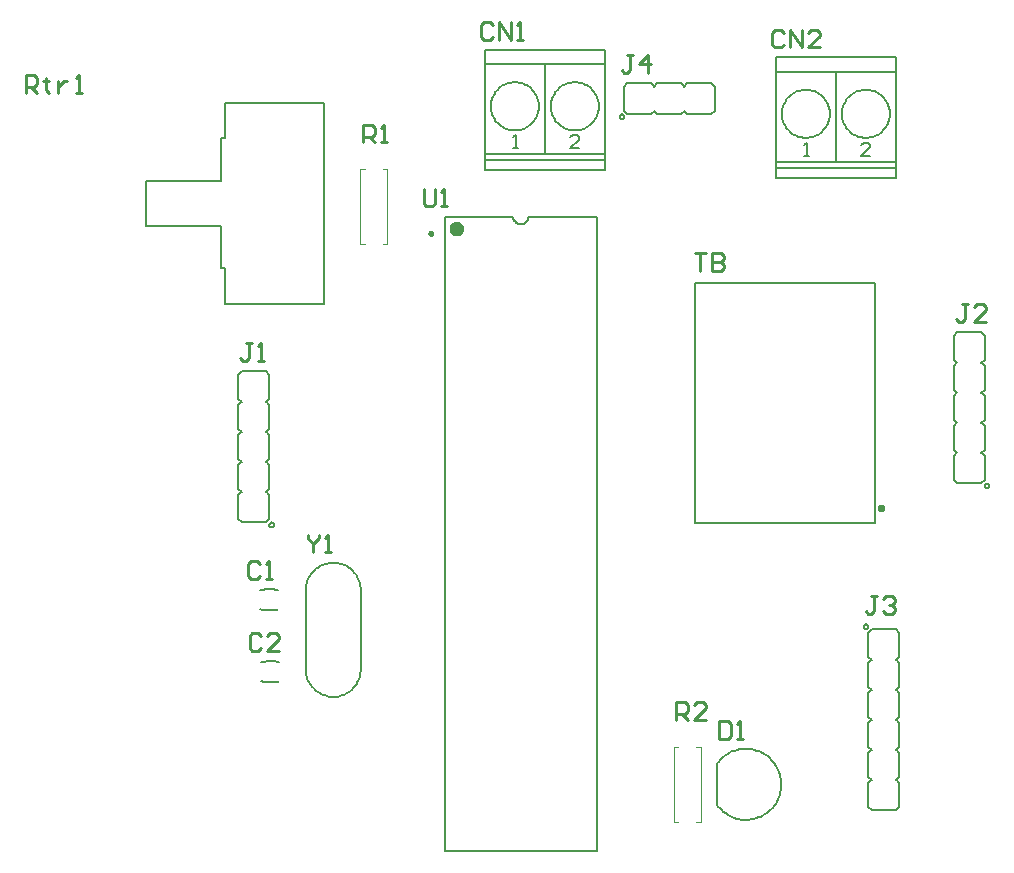
<source format=gbr>
%FSTAX23Y23*%
%MOIN*%
%SFA1B1*%

%IPPOS*%
%ADD39C,0.005000*%
%ADD40C,0.007874*%
%ADD41C,0.023622*%
%ADD42C,0.009842*%
%ADD43C,0.011811*%
%ADD44C,0.003937*%
%ADD45C,0.010000*%
%LNpcb1_legend_top-1*%
%LPD*%
G54D39*
X0448Y0365D02*
D01*
X04479Y03655*
X04479Y03661*
X04478Y03666*
X04476Y03672*
X04475Y03677*
X04473Y03682*
X0447Y03687*
X04467Y03692*
X04464Y03697*
X04461Y03701*
X04457Y03705*
X04453Y03709*
X04449Y03713*
X04444Y03716*
X0444Y03719*
X04435Y03721*
X04429Y03724*
X04424Y03726*
X04419Y03727*
X04413Y03728*
X04408Y03729*
X04402Y03729*
X04397*
X04391Y03729*
X04386Y03728*
X0438Y03727*
X04375Y03726*
X0437Y03724*
X04364Y03721*
X0436Y03719*
X04355Y03716*
X0435Y03713*
X04346Y03709*
X04342Y03705*
X04338Y03701*
X04335Y03697*
X04332Y03692*
X04329Y03687*
X04326Y03682*
X04324Y03677*
X04323Y03672*
X04321Y03666*
X0432Y03661*
X0432Y03655*
X0432Y0365*
X0432Y03644*
X0432Y03638*
X04321Y03633*
X04323Y03627*
X04324Y03622*
X04326Y03617*
X04329Y03612*
X04332Y03607*
X04335Y03602*
X04338Y03598*
X04342Y03594*
X04346Y0359*
X0435Y03586*
X04355Y03583*
X0436Y0358*
X04364Y03578*
X0437Y03575*
X04375Y03573*
X0438Y03572*
X04386Y03571*
X04391Y0357*
X04397Y0357*
X04402*
X04408Y0357*
X04413Y03571*
X04419Y03572*
X04424Y03573*
X04429Y03575*
X04435Y03578*
X0444Y0358*
X04444Y03583*
X04449Y03586*
X04453Y0359*
X04457Y03594*
X04461Y03598*
X04464Y03602*
X04467Y03607*
X0447Y03612*
X04473Y03617*
X04475Y03622*
X04476Y03627*
X04478Y03633*
X04479Y03638*
X04479Y03644*
X0448Y0365*
X0428D02*
D01*
X04279Y03655*
X04279Y03661*
X04278Y03666*
X04276Y03672*
X04275Y03677*
X04273Y03682*
X0427Y03687*
X04267Y03692*
X04264Y03697*
X04261Y03701*
X04257Y03705*
X04253Y03709*
X04249Y03713*
X04244Y03716*
X0424Y03719*
X04235Y03721*
X04229Y03724*
X04224Y03726*
X04219Y03727*
X04213Y03728*
X04208Y03729*
X04202Y03729*
X04197*
X04191Y03729*
X04186Y03728*
X0418Y03727*
X04175Y03726*
X0417Y03724*
X04164Y03721*
X0416Y03719*
X04155Y03716*
X0415Y03713*
X04146Y03709*
X04142Y03705*
X04138Y03701*
X04135Y03697*
X04132Y03692*
X04129Y03687*
X04126Y03682*
X04124Y03677*
X04123Y03672*
X04121Y03666*
X0412Y03661*
X0412Y03655*
X0412Y0365*
X0412Y03644*
X0412Y03638*
X04121Y03633*
X04123Y03627*
X04124Y03622*
X04126Y03617*
X04129Y03612*
X04132Y03607*
X04135Y03602*
X04138Y03598*
X04142Y03594*
X04146Y0359*
X0415Y03586*
X04155Y03583*
X0416Y0358*
X04164Y03578*
X0417Y03575*
X04175Y03573*
X0418Y03572*
X04186Y03571*
X04191Y0357*
X04197Y0357*
X04202*
X04208Y0357*
X04213Y03571*
X04219Y03572*
X04224Y03573*
X04229Y03575*
X04235Y03578*
X0424Y0358*
X04244Y03583*
X04249Y03586*
X04253Y0359*
X04257Y03594*
X04261Y03598*
X04264Y03602*
X04267Y03607*
X0427Y03612*
X04273Y03617*
X04275Y03622*
X04276Y03627*
X04278Y03633*
X04279Y03638*
X04279Y03644*
X0428Y0365*
X03903Y01347D02*
D01*
X03908Y0134*
X03913Y01334*
X03919Y01328*
X03925Y01323*
X03932Y01318*
X03939Y01313*
X03946Y01309*
X03953Y01306*
X03961Y01303*
X03969Y013*
X03977Y01299*
X03985Y01297*
X03993Y01297*
X04002Y01296*
X0401Y01297*
X04018Y01298*
X04026Y01299*
X04034Y01302*
X04042Y01304*
X04049Y01307*
X04057Y01311*
X04064Y01315*
X04071Y0132*
X04077Y01325*
X04083Y01331*
X04089Y01337*
X04094Y01343*
X04099Y0135*
X04103Y01357*
X04107Y01365*
X0411Y01372*
X04112Y0138*
X04115Y01388*
X04116Y01396*
X04117Y01404*
X04118Y01412*
X04118Y01415*
D01*
X04117Y01423*
X04116Y01431*
X04115Y01439*
X04113Y01447*
X0411Y01455*
X04107Y01463*
X04104Y0147*
X041Y01477*
X04095Y01484*
X0409Y0149*
X04084Y01497*
X04079Y01502*
X04072Y01508*
X04066Y01512*
X04059Y01517*
X04051Y01521*
X04044Y01524*
X04036Y01527*
X04028Y01529*
X0402Y01531*
X04012Y01532*
X04004Y01533*
X03995*
X03987Y01532*
X03979Y01531*
X03971Y01529*
X03963Y01527*
X03955Y01524*
X03948Y01521*
X0394Y01517*
X03933Y01512*
X03927Y01508*
X0392Y01502*
X03915Y01497*
X03909Y0149*
X03904Y01484*
X03903Y01482*
X0351Y03675D02*
D01*
X03509Y0368*
X03509Y03686*
X03508Y03691*
X03506Y03697*
X03505Y03702*
X03503Y03707*
X035Y03712*
X03497Y03717*
X03494Y03722*
X03491Y03726*
X03487Y0373*
X03483Y03734*
X03479Y03738*
X03474Y03741*
X0347Y03744*
X03465Y03746*
X03459Y03749*
X03454Y03751*
X03449Y03752*
X03443Y03753*
X03438Y03754*
X03432Y03754*
X03427*
X03421Y03754*
X03416Y03753*
X0341Y03752*
X03405Y03751*
X034Y03749*
X03394Y03746*
X0339Y03744*
X03385Y03741*
X0338Y03738*
X03376Y03734*
X03372Y0373*
X03368Y03726*
X03365Y03722*
X03362Y03717*
X03359Y03712*
X03356Y03707*
X03354Y03702*
X03353Y03697*
X03351Y03691*
X0335Y03686*
X0335Y0368*
X0335Y03675*
X0335Y03669*
X0335Y03663*
X03351Y03658*
X03353Y03652*
X03354Y03647*
X03356Y03642*
X03359Y03637*
X03362Y03632*
X03365Y03627*
X03368Y03623*
X03372Y03619*
X03376Y03615*
X0338Y03611*
X03385Y03608*
X0339Y03605*
X03394Y03603*
X034Y036*
X03405Y03598*
X0341Y03597*
X03416Y03596*
X03421Y03595*
X03427Y03595*
X03432*
X03438Y03595*
X03443Y03596*
X03449Y03597*
X03454Y03598*
X03459Y036*
X03465Y03603*
X0347Y03605*
X03474Y03608*
X03479Y03611*
X03483Y03615*
X03487Y03619*
X03491Y03623*
X03494Y03627*
X03497Y03632*
X035Y03637*
X03503Y03642*
X03505Y03647*
X03506Y03652*
X03508Y03658*
X03509Y03663*
X03509Y03669*
X0351Y03675*
X0331D02*
D01*
X03309Y0368*
X03309Y03686*
X03308Y03691*
X03306Y03697*
X03305Y03702*
X03303Y03707*
X033Y03712*
X03297Y03717*
X03294Y03722*
X03291Y03726*
X03287Y0373*
X03283Y03734*
X03279Y03738*
X03274Y03741*
X0327Y03744*
X03265Y03746*
X03259Y03749*
X03254Y03751*
X03249Y03752*
X03243Y03753*
X03238Y03754*
X03232Y03754*
X03227*
X03221Y03754*
X03216Y03753*
X0321Y03752*
X03205Y03751*
X032Y03749*
X03194Y03746*
X0319Y03744*
X03185Y03741*
X0318Y03738*
X03176Y03734*
X03172Y0373*
X03168Y03726*
X03165Y03722*
X03162Y03717*
X03159Y03712*
X03156Y03707*
X03154Y03702*
X03153Y03697*
X03151Y03691*
X0315Y03686*
X0315Y0368*
X0315Y03675*
X0315Y03669*
X0315Y03663*
X03151Y03658*
X03153Y03652*
X03154Y03647*
X03156Y03642*
X03159Y03637*
X03162Y03632*
X03165Y03627*
X03168Y03623*
X03172Y03619*
X03176Y03615*
X0318Y03611*
X03185Y03608*
X0319Y03605*
X03194Y03603*
X032Y036*
X03205Y03598*
X0321Y03597*
X03216Y03596*
X03221Y03595*
X03227Y03595*
X03232*
X03238Y03595*
X03243Y03596*
X03249Y03597*
X03254Y03598*
X03259Y036*
X03265Y03603*
X0327Y03605*
X03274Y03608*
X03279Y03611*
X03283Y03615*
X03287Y03619*
X03291Y03623*
X03294Y03627*
X03297Y03632*
X033Y03637*
X03303Y03642*
X03305Y03647*
X03306Y03652*
X03308Y03658*
X03309Y03663*
X03309Y03669*
X0331Y03675*
X045Y0347D02*
Y0379D01*
X043Y0349D02*
Y0379D01*
X041Y0347D02*
X045D01*
X041Y03838D02*
X045D01*
Y03437D02*
Y03838D01*
X041Y03437D02*
X045D01*
X041D02*
Y03838D01*
Y0349D02*
X045D01*
X041Y0379D02*
X045D01*
X03903Y01347D02*
Y01482D01*
X0353Y03495D02*
Y03815D01*
X0333Y03515D02*
Y03815D01*
X0313Y03495D02*
X0353D01*
X0313Y03863D02*
X0353D01*
Y03462D02*
Y03863D01*
X0313Y03462D02*
X0353D01*
X0313D02*
Y03863D01*
Y03515D02*
X0353D01*
X0313Y03815D02*
X0353D01*
X0383Y02285D02*
X0443D01*
X0383D02*
Y03085D01*
X0443*
Y02285D02*
Y03085D01*
G54D40*
X03595Y0364D02*
D01*
X03595Y03641*
X03595Y03642*
X03595Y03642*
X03595Y03643*
X03594Y03643*
X03594Y03644*
X03594Y03644*
X03594Y03645*
X03593Y03645*
X03593Y03646*
X03593Y03646*
X03592Y03646*
X03592Y03647*
X03591Y03647*
X03591Y03647*
X0359Y03648*
X0359Y03648*
X03589Y03648*
X03589Y03648*
X03588Y03648*
X03588Y03648*
X03587Y03648*
X03587*
X03586Y03648*
X03586Y03648*
X03585Y03648*
X03585Y03648*
X03584Y03648*
X03584Y03648*
X03583Y03647*
X03583Y03647*
X03582Y03647*
X03582Y03646*
X03581Y03646*
X03581Y03646*
X03581Y03645*
X0358Y03645*
X0358Y03644*
X0358Y03644*
X0358Y03643*
X03579Y03643*
X03579Y03642*
X03579Y03642*
X03579Y03641*
X03579Y0364*
X03579Y0364*
X03579Y03639*
X03579Y03639*
X03579Y03638*
X0358Y03638*
X0358Y03637*
X0358Y03637*
X0358Y03636*
X03581Y03636*
X03581Y03635*
X03581Y03635*
X03582Y03635*
X03582Y03634*
X03583Y03634*
X03583Y03634*
X03584Y03633*
X03584Y03633*
X03585Y03633*
X03585Y03633*
X03586Y03633*
X03586Y03633*
X03587Y03633*
X03587*
X03588Y03633*
X03588Y03633*
X03589Y03633*
X03589Y03633*
X0359Y03633*
X0359Y03633*
X03591Y03634*
X03591Y03634*
X03592Y03634*
X03592Y03635*
X03593Y03635*
X03593Y03635*
X03593Y03636*
X03594Y03636*
X03594Y03637*
X03594Y03637*
X03594Y03638*
X03595Y03638*
X03595Y03639*
X03595Y03639*
X03595Y0364*
X03595Y0364*
X02426Y0228D02*
D01*
X02426Y0228*
X02426Y02281*
X02426Y02281*
X02426Y02282*
X02426Y02282*
X02426Y02283*
X02426Y02283*
X02425Y02284*
X02425Y02284*
X02425Y02285*
X02424Y02285*
X02424Y02286*
X02423Y02286*
X02423Y02286*
X02422Y02286*
X02422Y02287*
X02422Y02287*
X02421Y02287*
X0242Y02287*
X0242Y02287*
X02419Y02287*
X02419Y02288*
X02418*
X02418Y02287*
X02417Y02287*
X02417Y02287*
X02416Y02287*
X02416Y02287*
X02415Y02287*
X02415Y02286*
X02414Y02286*
X02414Y02286*
X02413Y02286*
X02413Y02285*
X02413Y02285*
X02412Y02284*
X02412Y02284*
X02412Y02283*
X02411Y02283*
X02411Y02282*
X02411Y02282*
X02411Y02281*
X02411Y02281*
X02411Y0228*
X02411Y0228*
X02411Y02279*
X02411Y02279*
X02411Y02278*
X02411Y02277*
X02411Y02277*
X02411Y02276*
X02412Y02276*
X02412Y02275*
X02412Y02275*
X02413Y02275*
X02413Y02274*
X02413Y02274*
X02414Y02273*
X02414Y02273*
X02415Y02273*
X02415Y02273*
X02416Y02272*
X02416Y02272*
X02417Y02272*
X02417Y02272*
X02418Y02272*
X02418Y02272*
X02419*
X02419Y02272*
X0242Y02272*
X0242Y02272*
X02421Y02272*
X02422Y02272*
X02422Y02273*
X02422Y02273*
X02423Y02273*
X02423Y02273*
X02424Y02274*
X02424Y02274*
X02425Y02275*
X02425Y02275*
X02425Y02275*
X02426Y02276*
X02426Y02276*
X02426Y02277*
X02426Y02277*
X02426Y02278*
X02426Y02279*
X02426Y02279*
X02426Y0228*
X0244Y02061D02*
D01*
X02432Y02063*
X02424Y02064*
X02416Y02065*
X02407Y02065*
X02399Y02064*
X02391Y02063*
X02383Y02062*
X02379Y02061*
Y01998D02*
D01*
X02387Y01996*
X02395Y01995*
X02403Y01994*
X02412Y01994*
X0242Y01995*
X02428Y01996*
X02436Y01997*
X0244Y01998*
X02533Y01798D02*
D01*
X02533Y01791*
X02534Y01785*
X02535Y01779*
X02537Y01772*
X02538Y01766*
X02541Y0176*
X02544Y01755*
X02547Y01749*
X0255Y01744*
X02554Y01739*
X02559Y01734*
X02563Y0173*
X02568Y01725*
X02573Y01722*
X02579Y01718*
X02584Y01715*
X0259Y01713*
X02596Y01711*
X02602Y01709*
X02609Y01707*
X02615Y01707*
X02621Y01706*
X02628*
X02634Y01707*
X0264Y01707*
X02647Y01709*
X02653Y01711*
X02659Y01713*
X02665Y01715*
X0267Y01718*
X02676Y01722*
X02681Y01725*
X02686Y0173*
X0269Y01734*
X02695Y01739*
X02699Y01744*
X02702Y01749*
X02705Y01755*
X02708Y0176*
X02711Y01766*
X02712Y01772*
X02714Y01779*
X02715Y01785*
X02716Y01791*
X02716Y01798*
Y02061D02*
D01*
X02716Y02068*
X02715Y02074*
X02714Y0208*
X02712Y02087*
X02711Y02093*
X02708Y02099*
X02705Y02104*
X02702Y0211*
X02699Y02115*
X02695Y0212*
X0269Y02125*
X02686Y02129*
X02681Y02134*
X02676Y02137*
X0267Y02141*
X02665Y02144*
X02659Y02146*
X02653Y02148*
X02647Y0215*
X0264Y02152*
X02634Y02152*
X02628Y02153*
X02621*
X02615Y02152*
X02609Y02152*
X02602Y0215*
X02596Y02148*
X0259Y02146*
X02584Y02144*
X02579Y02141*
X02573Y02137*
X02568Y02134*
X02563Y02129*
X02559Y02125*
X02554Y0212*
X0255Y02115*
X02547Y0211*
X02544Y02104*
X02541Y02099*
X02538Y02093*
X02537Y02087*
X02535Y0208*
X02534Y02074*
X02533Y02068*
X02533Y02061*
X02445Y01821D02*
D01*
X02437Y01823*
X02429Y01824*
X02421Y01825*
X02412Y01825*
X02404Y01824*
X02396Y01823*
X02388Y01822*
X02384Y01821*
Y01758D02*
D01*
X02392Y01756*
X024Y01755*
X02408Y01754*
X02417Y01754*
X02425Y01755*
X02433Y01756*
X02441Y01757*
X02445Y01758*
X03225Y03307D02*
D01*
X03225Y03305*
X03225Y03303*
X03225Y03301*
X03225Y033*
X03226Y03298*
X03227Y03296*
X03227Y03295*
X03228Y03293*
X03229Y03292*
X0323Y03291*
X03232Y03289*
X03233Y03288*
X03234Y03287*
X03236Y03286*
X03237Y03285*
X03239Y03284*
X0324Y03283*
X03242Y03283*
X03243Y03282*
X03245Y03282*
X03247Y03282*
X03249Y03282*
X0325*
X03252Y03282*
X03254Y03282*
X03256Y03282*
X03257Y03283*
X03259Y03283*
X0326Y03284*
X03262Y03285*
X03263Y03286*
X03265Y03287*
X03266Y03288*
X03267Y03289*
X03269Y03291*
X0327Y03292*
X03271Y03293*
X03272Y03295*
X03272Y03296*
X03273Y03298*
X03274Y033*
X03274Y03301*
X03274Y03303*
X03274Y03305*
X03275Y03307*
X04811Y0241D02*
D01*
X04811Y0241*
X04811Y02411*
X04811Y02411*
X04811Y02412*
X04811Y02412*
X04811Y02413*
X04811Y02413*
X0481Y02414*
X0481Y02414*
X0481Y02415*
X04809Y02415*
X04809Y02416*
X04808Y02416*
X04808Y02416*
X04807Y02416*
X04807Y02417*
X04807Y02417*
X04806Y02417*
X04805Y02417*
X04805Y02417*
X04804Y02417*
X04804Y02418*
X04803*
X04803Y02417*
X04802Y02417*
X04802Y02417*
X04801Y02417*
X04801Y02417*
X048Y02417*
X048Y02416*
X04799Y02416*
X04799Y02416*
X04798Y02416*
X04798Y02415*
X04798Y02415*
X04797Y02414*
X04797Y02414*
X04797Y02413*
X04796Y02413*
X04796Y02412*
X04796Y02412*
X04796Y02411*
X04796Y02411*
X04796Y0241*
X04796Y0241*
X04796Y02409*
X04796Y02409*
X04796Y02408*
X04796Y02407*
X04796Y02407*
X04796Y02406*
X04797Y02406*
X04797Y02405*
X04797Y02405*
X04798Y02405*
X04798Y02404*
X04798Y02404*
X04799Y02403*
X04799Y02403*
X048Y02403*
X048Y02403*
X04801Y02402*
X04801Y02402*
X04802Y02402*
X04802Y02402*
X04803Y02402*
X04803Y02402*
X04804*
X04804Y02402*
X04805Y02402*
X04805Y02402*
X04806Y02402*
X04807Y02402*
X04807Y02403*
X04807Y02403*
X04808Y02403*
X04808Y02403*
X04809Y02404*
X04809Y02404*
X0481Y02405*
X0481Y02405*
X0481Y02405*
X04811Y02406*
X04811Y02406*
X04811Y02407*
X04811Y02407*
X04811Y02408*
X04811Y02409*
X04811Y02409*
X04811Y0241*
X04408Y01941D02*
D01*
X04408Y01941*
X04408Y01942*
X04408Y01942*
X04408Y01943*
X04408Y01943*
X04408Y01944*
X04407Y01944*
X04407Y01945*
X04407Y01945*
X04406Y01946*
X04406Y01946*
X04406Y01946*
X04405Y01947*
X04405Y01947*
X04404Y01947*
X04404Y01948*
X04403Y01948*
X04403Y01948*
X04402Y01948*
X04402Y01948*
X04401Y01948*
X04401Y01948*
X044*
X044Y01948*
X04399Y01948*
X04399Y01948*
X04398Y01948*
X04397Y01948*
X04397Y01948*
X04397Y01947*
X04396Y01947*
X04396Y01947*
X04395Y01946*
X04395Y01946*
X04394Y01946*
X04394Y01945*
X04394Y01945*
X04393Y01944*
X04393Y01944*
X04393Y01943*
X04393Y01943*
X04393Y01942*
X04393Y01942*
X04393Y01941*
X04393Y01941*
X04393Y0194*
X04393Y01939*
X04393Y01939*
X04393Y01938*
X04393Y01938*
X04393Y01937*
X04393Y01937*
X04394Y01936*
X04394Y01936*
X04394Y01935*
X04395Y01935*
X04395Y01935*
X04396Y01934*
X04396Y01934*
X04397Y01934*
X04397Y01933*
X04397Y01933*
X04398Y01933*
X04399Y01933*
X04399Y01933*
X044Y01933*
X044Y01933*
X04401*
X04401Y01933*
X04402Y01933*
X04402Y01933*
X04403Y01933*
X04403Y01933*
X04404Y01933*
X04404Y01934*
X04405Y01934*
X04405Y01934*
X04406Y01935*
X04406Y01935*
X04406Y01935*
X04407Y01936*
X04407Y01936*
X04407Y01937*
X04408Y01937*
X04408Y01938*
X04408Y01938*
X04408Y01939*
X04408Y01939*
X04408Y0194*
X04408Y01941*
X02262Y03017D02*
Y03135D01*
X0225D02*
Y03276D01*
Y03135D02*
X02262D01*
X0225Y03568D02*
X02262D01*
X0225Y03426D02*
Y03568D01*
X02262D02*
Y03686D01*
X02Y03276D02*
Y03426D01*
Y03276D02*
X0225D01*
X02262Y03017D02*
X02594D01*
Y03686*
X02262D02*
X02594D01*
X02Y03426D02*
X0225D01*
X03593Y0366D02*
X03605Y03648D01*
X03593Y0366D02*
Y03739D01*
X03605Y03751*
X03684*
X03696Y03739*
X03605Y03648D02*
X03684D01*
X03696Y0366*
X03693D02*
X03705Y03648D01*
X03693Y03739D02*
X03705Y03751D01*
X03784*
X03796Y03739*
X03705Y03648D02*
X03784D01*
X03796Y0366*
X03793D02*
X03805Y03648D01*
X03793Y03739D02*
X03805Y03751D01*
X03896Y0366D02*
Y03739D01*
X03805Y03751D02*
X03884D01*
X03896Y03739*
X03805Y03648D02*
X03884D01*
X03896Y0366*
X02399Y02288D02*
X02411Y023D01*
X0232Y02288D02*
X02399D01*
X02308Y023D02*
X0232Y02288D01*
X02308Y023D02*
Y02379D01*
X0232Y02391*
X02411Y023D02*
Y02379D01*
X02399Y02391D02*
X02411Y02379D01*
X02399Y02388D02*
X02411Y024D01*
X02308D02*
X0232Y02388D01*
X02308Y024D02*
Y02479D01*
X0232Y02491*
X02411Y024D02*
Y02479D01*
X02399Y02491D02*
X02411Y02479D01*
X02399Y02488D02*
X02411Y025D01*
X02308D02*
X0232Y02488D01*
X02308Y025D02*
Y02579D01*
X0232Y02591*
X02411Y025D02*
Y02579D01*
X02399Y02591D02*
X02411Y02579D01*
X02399Y02588D02*
X02411Y026D01*
X02308D02*
X0232Y02588D01*
X02308Y026D02*
Y02679D01*
X0232Y02691*
X02411Y026D02*
Y02679D01*
X02399Y02691D02*
X02411Y02679D01*
X02399Y02688D02*
X02411Y027D01*
X02308D02*
X0232Y02688D01*
Y02791D02*
X02399D01*
X02308Y027D02*
Y02779D01*
X0232Y02791*
X02411Y027D02*
Y02779D01*
X02399Y02791D02*
X02411Y02779D01*
X02716Y01798D02*
Y02061D01*
X02533Y01798D02*
Y02061D01*
X02996Y01192D02*
X03503D01*
X03275Y03307D02*
X03503D01*
X02996D02*
X03225D01*
X03503Y01192D02*
Y03307D01*
X02996Y01192D02*
Y03307D01*
X04784Y02418D02*
X04796Y0243D01*
X04705Y02418D02*
X04784D01*
X04693Y0243D02*
X04705Y02418D01*
X04693Y0243D02*
Y02509D01*
X04705Y02521*
X04796Y0243D02*
Y02509D01*
X04784Y02521D02*
X04796Y02509D01*
X04784Y02518D02*
X04796Y0253D01*
X04693D02*
X04705Y02518D01*
X04693Y0253D02*
Y02609D01*
X04705Y02621*
X04796Y0253D02*
Y02609D01*
X04784Y02621D02*
X04796Y02609D01*
X04784Y02618D02*
X04796Y0263D01*
X04693D02*
X04705Y02618D01*
X04693Y0263D02*
Y02709D01*
X04705Y02721*
X04796Y0263D02*
Y02709D01*
X04784Y02721D02*
X04796Y02709D01*
X04784Y02718D02*
X04796Y0273D01*
X04693D02*
X04705Y02718D01*
X04693Y0273D02*
Y02809D01*
X04705Y02821*
X04796Y0273D02*
Y02809D01*
X04784Y02821D02*
X04796Y02809D01*
X04784Y02818D02*
X04796Y0283D01*
X04693D02*
X04705Y02818D01*
Y02921D02*
X04784D01*
X04693Y0283D02*
Y02909D01*
X04705Y02921*
X04796Y0283D02*
Y02909D01*
X04784Y02921D02*
X04796Y02909D01*
X04408Y0134D02*
X0442Y01328D01*
X04408Y0134D02*
Y01419D01*
X04499Y01328D02*
X04511Y0134D01*
Y01419*
X0442Y01328D02*
X04499D01*
Y01431D02*
X04511Y01419D01*
X04408D02*
X0442Y01431D01*
X04408Y0144D02*
X0442Y01428D01*
X04408Y0144D02*
Y01519D01*
X04499Y01428D02*
X04511Y0144D01*
Y01519*
X04499Y01531D02*
X04511Y01519D01*
X04408D02*
X0442Y01531D01*
X04408Y0154D02*
X0442Y01528D01*
X04408Y0154D02*
Y01619D01*
X04499Y01528D02*
X04511Y0154D01*
Y01619*
X04499Y01631D02*
X04511Y01619D01*
X04408D02*
X0442Y01631D01*
X04408Y0164D02*
X0442Y01628D01*
X04408Y0164D02*
Y01719D01*
X04499Y01628D02*
X04511Y0164D01*
Y01719*
X04499Y01731D02*
X04511Y01719D01*
X04408D02*
X0442Y01731D01*
X04408Y0174D02*
X0442Y01728D01*
X04408Y0174D02*
Y01819D01*
X04499Y01728D02*
X04511Y0174D01*
Y01819*
X04499Y01831D02*
X04511Y01819D01*
X04408D02*
X0442Y01831D01*
X04408Y0184D02*
X0442Y01828D01*
X04408Y0184D02*
Y01919D01*
X04499Y01828D02*
X04511Y0184D01*
Y01919*
X04499Y01931D02*
X04511Y01919D01*
X0442Y01931D02*
X04499D01*
X04408Y01919D02*
X0442Y01931D01*
X04195Y0351D02*
X04209D01*
X04202*
Y03553*
X04195Y03546*
X04413Y0351D02*
X04385D01*
X04413Y03538*
Y03546*
X04406Y03553*
X04392*
X04385Y03546*
X03225Y03535D02*
X03239D01*
X03232*
Y03578*
X03225Y03571*
X03443Y03535D02*
X03415D01*
X03443Y03563*
Y03571*
X03436Y03578*
X03422*
X03415Y03571*
G54D41*
X03047Y03267D02*
D01*
X03047Y03268*
X03047Y03269*
X03046Y0327*
X03046Y0327*
X03046Y03271*
X03046Y03272*
X03045Y03273*
X03045Y03273*
X03044Y03274*
X03044Y03275*
X03043Y03275*
X03043Y03276*
X03042Y03277*
X03042Y03277*
X03041Y03277*
X0304Y03278*
X03039Y03278*
X03039Y03278*
X03038Y03279*
X03037Y03279*
X03036Y03279*
X03035Y03279*
X03035*
X03034Y03279*
X03033Y03279*
X03032Y03279*
X03031Y03278*
X03031Y03278*
X0303Y03278*
X03029Y03277*
X03028Y03277*
X03028Y03277*
X03027Y03276*
X03026Y03275*
X03026Y03275*
X03025Y03274*
X03025Y03273*
X03025Y03273*
X03024Y03272*
X03024Y03271*
X03024Y0327*
X03023Y0327*
X03023Y03269*
X03023Y03268*
X03023Y03267*
X03023Y03266*
X03023Y03266*
X03023Y03265*
X03024Y03264*
X03024Y03263*
X03024Y03262*
X03025Y03262*
X03025Y03261*
X03025Y0326*
X03026Y0326*
X03026Y03259*
X03027Y03258*
X03028Y03258*
X03028Y03257*
X03029Y03257*
X0303Y03257*
X03031Y03256*
X03031Y03256*
X03032Y03256*
X03033Y03256*
X03034Y03255*
X03035Y03255*
X03035*
X03036Y03255*
X03037Y03256*
X03038Y03256*
X03039Y03256*
X03039Y03256*
X0304Y03257*
X03041Y03257*
X03042Y03257*
X03042Y03258*
X03043Y03258*
X03043Y03259*
X03044Y0326*
X03044Y0326*
X03045Y03261*
X03045Y03262*
X03046Y03262*
X03046Y03263*
X03046Y03264*
X03046Y03265*
X03047Y03266*
X03047Y03266*
X03047Y03267*
G54D42*
X02954Y03251D02*
D01*
X02954Y03251*
X02954Y03251*
X02954Y03252*
X02954Y03252*
X02954Y03252*
X02954Y03253*
X02954Y03253*
X02954Y03253*
X02953Y03254*
X02953Y03254*
X02953Y03254*
X02953Y03254*
X02953Y03255*
X02952Y03255*
X02952Y03255*
X02952Y03255*
X02951Y03255*
X02951Y03255*
X02951Y03255*
X0295Y03256*
X0295Y03256*
X0295Y03256*
X02949*
X02949Y03256*
X02949Y03256*
X02948Y03255*
X02948Y03255*
X02948Y03255*
X02947Y03255*
X02947Y03255*
X02947Y03255*
X02946Y03255*
X02946Y03254*
X02946Y03254*
X02946Y03254*
X02946Y03254*
X02945Y03253*
X02945Y03253*
X02945Y03253*
X02945Y03252*
X02945Y03252*
X02945Y03252*
X02945Y03251*
X02945Y03251*
X02945Y03251*
X02945Y0325*
X02945Y0325*
X02945Y0325*
X02945Y03249*
X02945Y03249*
X02945Y03249*
X02945Y03248*
X02945Y03248*
X02946Y03248*
X02946Y03248*
X02946Y03247*
X02946Y03247*
X02946Y03247*
X02947Y03247*
X02947Y03246*
X02947Y03246*
X02948Y03246*
X02948Y03246*
X02948Y03246*
X02949Y03246*
X02949Y03246*
X02949Y03246*
X0295*
X0295Y03246*
X0295Y03246*
X02951Y03246*
X02951Y03246*
X02951Y03246*
X02952Y03246*
X02952Y03246*
X02952Y03247*
X02953Y03247*
X02953Y03247*
X02953Y03247*
X02953Y03248*
X02953Y03248*
X02954Y03248*
X02954Y03248*
X02954Y03249*
X02954Y03249*
X02954Y03249*
X02954Y0325*
X02954Y0325*
X02954Y0325*
X02954Y03251*
G54D43*
X04458Y02334D02*
D01*
X04458Y02335*
X04458Y02335*
X04458Y02335*
X04458Y02336*
X04458Y02336*
X04458Y02337*
X04458Y02337*
X04457Y02337*
X04457Y02338*
X04457Y02338*
X04457Y02338*
X04456Y02338*
X04456Y02339*
X04456Y02339*
X04455Y02339*
X04455Y02339*
X04455Y0234*
X04454Y0234*
X04454Y0234*
X04453Y0234*
X04453Y0234*
X04453Y0234*
X04452*
X04452Y0234*
X04451Y0234*
X04451Y0234*
X04451Y0234*
X0445Y0234*
X0445Y02339*
X04449Y02339*
X04449Y02339*
X04449Y02339*
X04448Y02338*
X04448Y02338*
X04448Y02338*
X04448Y02338*
X04447Y02337*
X04447Y02337*
X04447Y02337*
X04447Y02336*
X04447Y02336*
X04447Y02335*
X04446Y02335*
X04446Y02335*
X04446Y02334*
X04446Y02334*
X04446Y02333*
X04447Y02333*
X04447Y02332*
X04447Y02332*
X04447Y02332*
X04447Y02331*
X04447Y02331*
X04448Y02331*
X04448Y0233*
X04448Y0233*
X04448Y0233*
X04449Y02329*
X04449Y02329*
X04449Y02329*
X0445Y02329*
X0445Y02329*
X04451Y02328*
X04451Y02328*
X04451Y02328*
X04452Y02328*
X04452Y02328*
X04453*
X04453Y02328*
X04453Y02328*
X04454Y02328*
X04454Y02328*
X04455Y02329*
X04455Y02329*
X04455Y02329*
X04456Y02329*
X04456Y02329*
X04456Y0233*
X04457Y0233*
X04457Y0233*
X04457Y02331*
X04457Y02331*
X04458Y02331*
X04458Y02332*
X04458Y02332*
X04458Y02332*
X04458Y02333*
X04458Y02333*
X04458Y02334*
X04458Y02334*
G54D44*
X03759Y01289D02*
X03775D01*
X03835D02*
X0385D01*
X03759Y0154D02*
X03775D01*
X03835D02*
X0385D01*
X03759Y01289D02*
Y0154D01*
X0385Y01289D02*
Y0154D01*
X02714Y03214D02*
X0273D01*
X0279D02*
X02805D01*
X02714Y03465D02*
X0273D01*
X0279D02*
X02805D01*
X02714Y03214D02*
Y03465D01*
X02805Y03214D02*
Y03465D01*
G54D45*
X01599Y0372D02*
Y03779D01*
X01628*
X01638Y03769*
Y03749*
X01628Y03739*
X01599*
X01618D02*
X01638Y0372D01*
X01668Y03769D02*
Y03759D01*
X01658*
X01678*
X01668*
Y03729*
X01678Y0372*
X01708Y03759D02*
Y0372D01*
Y03739*
X01718Y03749*
X01728Y03759*
X01738*
X01768Y0372D02*
X01788D01*
X01778*
Y03779*
X01768Y03769*
X04126Y0392D02*
X04116Y0393D01*
X04096*
X04087Y0392*
Y0388*
X04096Y03871*
X04116*
X04126Y0388*
X04146Y03871D02*
Y0393D01*
X04186Y03871*
Y0393*
X04246Y03871D02*
X04206D01*
X04246Y0391*
Y0392*
X04236Y0393*
X04216*
X04206Y0392*
X03625Y03844D02*
X03605D01*
X03615*
Y03794*
X03605Y03785*
X03595*
X03586Y03794*
X03675Y03785D02*
Y03844D01*
X03645Y03814*
X03685*
X03768Y01629D02*
Y01688D01*
X03797*
X03807Y01678*
Y01658*
X03797Y01648*
X03768*
X03787D02*
X03807Y01629D01*
X03867D02*
X03827D01*
X03867Y01668*
Y01678*
X03857Y01688*
X03837*
X03827Y01678*
X03911Y01625D02*
Y01566D01*
X0394*
X0395Y01575*
Y01615*
X0394Y01625*
X03911*
X0397Y01566D02*
X0399D01*
X0398*
Y01625*
X0397Y01615*
X02723Y03554D02*
Y03613D01*
X02752*
X02762Y03603*
Y03583*
X02752Y03573*
X02723*
X02742D02*
X02762Y03554D01*
X02782D02*
X02802D01*
X02792*
Y03613*
X02782Y03603*
X02354Y02884D02*
X02334D01*
X02344*
Y02834*
X02334Y02825*
X02324*
X02315Y02834*
X02374Y02825D02*
X02394D01*
X02384*
Y02884*
X02374Y02874*
X0238Y02148D02*
X0237Y02158D01*
X0235*
X02341Y02148*
Y02108*
X0235Y02099*
X0237*
X0238Y02108*
X024Y02099D02*
X0242D01*
X0241*
Y02158*
X024Y02148*
X02539Y02247D02*
Y02237D01*
X02558Y02217*
X02578Y02237*
Y02247*
X02558Y02217D02*
Y02188D01*
X02598D02*
X02618D01*
X02608*
Y02247*
X02598Y02237*
X02385Y01908D02*
X02375Y01918D01*
X02355*
X02346Y01908*
Y01868*
X02355Y01859*
X02375*
X02385Y01868*
X02445Y01859D02*
X02405D01*
X02445Y01898*
Y01908*
X02435Y01918*
X02415*
X02405Y01908*
X03156Y03945D02*
X03146Y03955D01*
X03126*
X03117Y03945*
Y03905*
X03126Y03896*
X03146*
X03156Y03905*
X03176Y03896D02*
Y03955D01*
X03216Y03896*
Y03955*
X03236Y03896D02*
X03256D01*
X03246*
Y03955*
X03236Y03945*
X02926Y034D02*
Y0335D01*
X02935Y03341*
X02955*
X02965Y0335*
Y034*
X02985Y03341D02*
X03005D01*
X02995*
Y034*
X02985Y0339*
X04739Y03014D02*
X04719D01*
X04729*
Y02964*
X04719Y02955*
X04709*
X047Y02964*
X04799Y02955D02*
X04759D01*
X04799Y02994*
Y03004*
X04789Y03014*
X04769*
X04759Y03004*
X03829Y03185D02*
X03868D01*
X03848*
Y03126*
X03888Y03185D02*
Y03126D01*
X03918*
X03928Y03135*
Y03145*
X03918Y03155*
X03888*
X03918*
X03928Y03165*
Y03175*
X03918Y03185*
X03888*
X04438Y02042D02*
X04418D01*
X04428*
Y01992*
X04418Y01983*
X04408*
X04399Y01992*
X04458Y02032D02*
X04468Y02042D01*
X04488*
X04498Y02032*
Y02022*
X04488Y02012*
X04478*
X04488*
X04498Y02002*
Y01992*
X04488Y01983*
X04468*
X04458Y01992*
M02*
</source>
